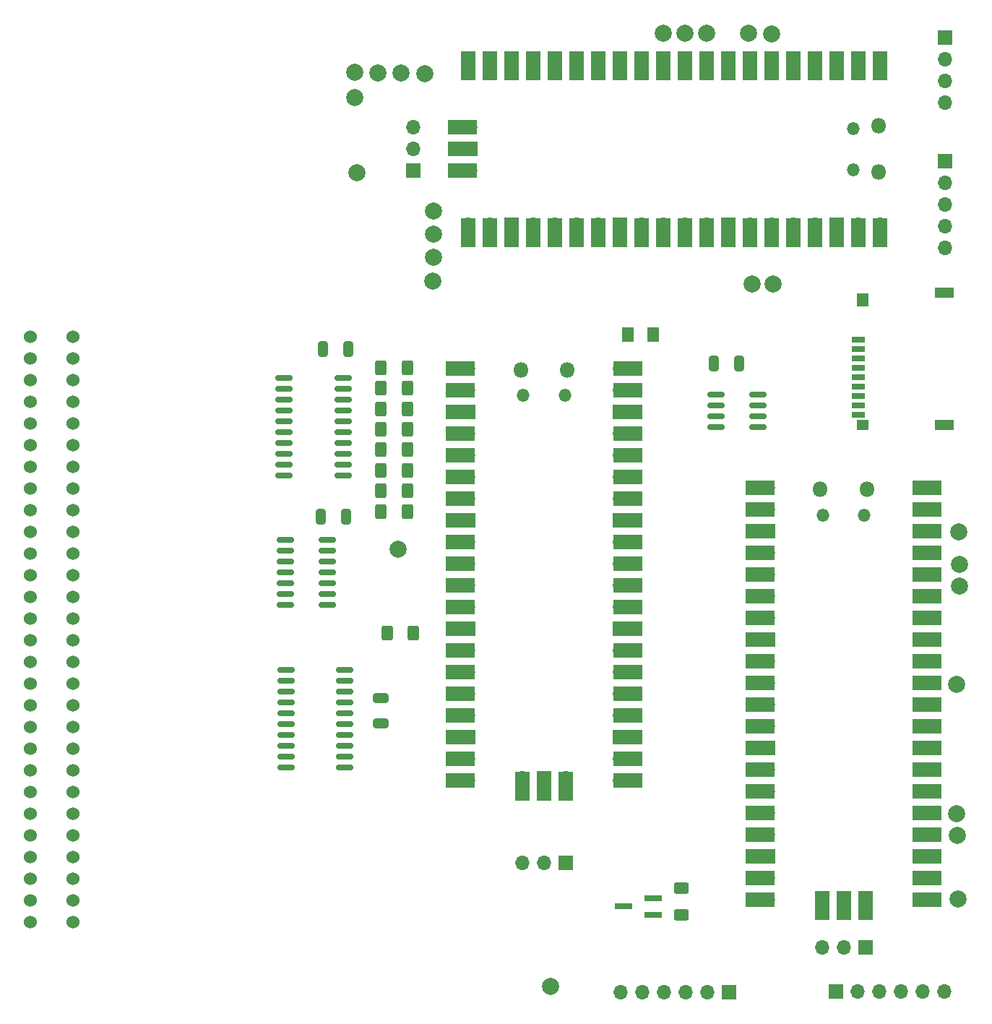
<source format=gts>
G04 #@! TF.GenerationSoftware,KiCad,Pcbnew,6.0.11-2627ca5db0~126~ubuntu22.04.1*
G04 #@! TF.CreationDate,2023-04-18T11:11:01+01:00*
G04 #@! TF.ProjectId,srom,73726f6d-2e6b-4696-9361-645f70636258,v1.1 to v1.2 WIP*
G04 #@! TF.SameCoordinates,Original*
G04 #@! TF.FileFunction,Soldermask,Top*
G04 #@! TF.FilePolarity,Negative*
%FSLAX46Y46*%
G04 Gerber Fmt 4.6, Leading zero omitted, Abs format (unit mm)*
G04 Created by KiCad (PCBNEW 6.0.11-2627ca5db0~126~ubuntu22.04.1) date 2023-04-18 11:11:01*
%MOMM*%
%LPD*%
G01*
G04 APERTURE LIST*
G04 Aperture macros list*
%AMRoundRect*
0 Rectangle with rounded corners*
0 $1 Rounding radius*
0 $2 $3 $4 $5 $6 $7 $8 $9 X,Y pos of 4 corners*
0 Add a 4 corners polygon primitive as box body*
4,1,4,$2,$3,$4,$5,$6,$7,$8,$9,$2,$3,0*
0 Add four circle primitives for the rounded corners*
1,1,$1+$1,$2,$3*
1,1,$1+$1,$4,$5*
1,1,$1+$1,$6,$7*
1,1,$1+$1,$8,$9*
0 Add four rect primitives between the rounded corners*
20,1,$1+$1,$2,$3,$4,$5,0*
20,1,$1+$1,$4,$5,$6,$7,0*
20,1,$1+$1,$6,$7,$8,$9,0*
20,1,$1+$1,$8,$9,$2,$3,0*%
G04 Aperture macros list end*
%ADD10R,2.000000X0.650000*%
%ADD11C,2.000000*%
%ADD12R,1.700000X1.700000*%
%ADD13O,1.700000X1.700000*%
%ADD14O,1.800000X1.800000*%
%ADD15O,1.500000X1.500000*%
%ADD16R,1.700000X3.500000*%
%ADD17R,3.500000X1.700000*%
%ADD18RoundRect,0.250000X-0.400000X-0.625000X0.400000X-0.625000X0.400000X0.625000X-0.400000X0.625000X0*%
%ADD19RoundRect,0.250000X-0.325000X-0.650000X0.325000X-0.650000X0.325000X0.650000X-0.325000X0.650000X0*%
%ADD20RoundRect,0.250000X-0.625000X0.400000X-0.625000X-0.400000X0.625000X-0.400000X0.625000X0.400000X0*%
%ADD21R,1.600000X0.700000*%
%ADD22R,2.200000X1.200000*%
%ADD23R,1.400000X1.600000*%
%ADD24R,1.400000X1.200000*%
%ADD25RoundRect,0.150000X-0.825000X-0.150000X0.825000X-0.150000X0.825000X0.150000X-0.825000X0.150000X0*%
%ADD26RoundRect,0.150000X-0.837500X-0.150000X0.837500X-0.150000X0.837500X0.150000X-0.837500X0.150000X0*%
%ADD27RoundRect,0.250000X0.325000X0.650000X-0.325000X0.650000X-0.325000X-0.650000X0.325000X-0.650000X0*%
%ADD28RoundRect,0.250000X-0.650000X0.325000X-0.650000X-0.325000X0.650000X-0.325000X0.650000X0.325000X0*%
%ADD29RoundRect,0.250001X0.462499X0.624999X-0.462499X0.624999X-0.462499X-0.624999X0.462499X-0.624999X0*%
%ADD30C,1.524000*%
G04 APERTURE END LIST*
D10*
X123360000Y-162530000D03*
X123360000Y-160630000D03*
X119940000Y-161580000D03*
D11*
X159320000Y-124090000D03*
X158970000Y-150690000D03*
X97700000Y-80070000D03*
X88420000Y-66850000D03*
D12*
X95250000Y-75380000D03*
D13*
X95250000Y-72840000D03*
X95250000Y-70300000D03*
D11*
X96640000Y-64000000D03*
X137270000Y-59340000D03*
D14*
X149855000Y-75575000D03*
D15*
X146825000Y-75275000D03*
D14*
X149855000Y-70125000D03*
D15*
X146825000Y-70425000D03*
D13*
X149985000Y-63960000D03*
D16*
X149985000Y-63060000D03*
D13*
X147445000Y-63960000D03*
D16*
X147445000Y-63060000D03*
X144905000Y-63060000D03*
D12*
X144905000Y-63960000D03*
D16*
X142365000Y-63060000D03*
D13*
X142365000Y-63960000D03*
X139825000Y-63960000D03*
D16*
X139825000Y-63060000D03*
D13*
X137285000Y-63960000D03*
D16*
X137285000Y-63060000D03*
D13*
X134745000Y-63960000D03*
D16*
X134745000Y-63060000D03*
D12*
X132205000Y-63960000D03*
D16*
X132205000Y-63060000D03*
D13*
X129665000Y-63960000D03*
D16*
X129665000Y-63060000D03*
D13*
X127125000Y-63960000D03*
D16*
X127125000Y-63060000D03*
D13*
X124585000Y-63960000D03*
D16*
X124585000Y-63060000D03*
D13*
X122045000Y-63960000D03*
D16*
X122045000Y-63060000D03*
D12*
X119505000Y-63960000D03*
D16*
X119505000Y-63060000D03*
D13*
X116965000Y-63960000D03*
D16*
X116965000Y-63060000D03*
D13*
X114425000Y-63960000D03*
D16*
X114425000Y-63060000D03*
D13*
X111885000Y-63960000D03*
D16*
X111885000Y-63060000D03*
X109345000Y-63060000D03*
D13*
X109345000Y-63960000D03*
D12*
X106805000Y-63960000D03*
D16*
X106805000Y-63060000D03*
X104265000Y-63060000D03*
D13*
X104265000Y-63960000D03*
D16*
X101725000Y-63060000D03*
D13*
X101725000Y-63960000D03*
X101725000Y-81740000D03*
D16*
X101725000Y-82640000D03*
X104265000Y-82640000D03*
D13*
X104265000Y-81740000D03*
D16*
X106805000Y-82640000D03*
D12*
X106805000Y-81740000D03*
D16*
X109345000Y-82640000D03*
D13*
X109345000Y-81740000D03*
X111885000Y-81740000D03*
D16*
X111885000Y-82640000D03*
D13*
X114425000Y-81740000D03*
D16*
X114425000Y-82640000D03*
X116965000Y-82640000D03*
D13*
X116965000Y-81740000D03*
D16*
X119505000Y-82640000D03*
D12*
X119505000Y-81740000D03*
D16*
X122045000Y-82640000D03*
D13*
X122045000Y-81740000D03*
X124585000Y-81740000D03*
D16*
X124585000Y-82640000D03*
X127125000Y-82640000D03*
D13*
X127125000Y-81740000D03*
X129665000Y-81740000D03*
D16*
X129665000Y-82640000D03*
X132205000Y-82640000D03*
D12*
X132205000Y-81740000D03*
D16*
X134745000Y-82640000D03*
D13*
X134745000Y-81740000D03*
D16*
X137285000Y-82640000D03*
D13*
X137285000Y-81740000D03*
D16*
X139825000Y-82640000D03*
D13*
X139825000Y-81740000D03*
D16*
X142365000Y-82640000D03*
D13*
X142365000Y-81740000D03*
D12*
X144905000Y-81740000D03*
D16*
X144905000Y-82640000D03*
X147445000Y-82640000D03*
D13*
X147445000Y-81740000D03*
X149985000Y-81740000D03*
D16*
X149985000Y-82640000D03*
D17*
X101055000Y-70310000D03*
D13*
X101955000Y-70310000D03*
D17*
X101055000Y-72850000D03*
D12*
X101955000Y-72850000D03*
D13*
X101955000Y-75390000D03*
D17*
X101055000Y-75390000D03*
D18*
X92200000Y-129570000D03*
X95300000Y-129570000D03*
D11*
X134610000Y-59280000D03*
D12*
X132250000Y-171650000D03*
D13*
X129710000Y-171650000D03*
X127170000Y-171650000D03*
X124630000Y-171650000D03*
X122090000Y-171650000D03*
X119550000Y-171650000D03*
D12*
X144830000Y-171510000D03*
D13*
X147370000Y-171510000D03*
X149910000Y-171510000D03*
X152450000Y-171510000D03*
X154990000Y-171510000D03*
X157530000Y-171510000D03*
D19*
X84455000Y-115900000D03*
X87405000Y-115900000D03*
D11*
X137460000Y-88650000D03*
D20*
X126730000Y-159440000D03*
X126730000Y-162540000D03*
D11*
X93480000Y-119730000D03*
D21*
X147460000Y-95200000D03*
X147460000Y-96300000D03*
X147460000Y-97400000D03*
X147460000Y-98500000D03*
X147460000Y-99600000D03*
X147460000Y-100700000D03*
D22*
X157560000Y-105150000D03*
D23*
X147960000Y-90550000D03*
D24*
X147960000Y-105150000D03*
D22*
X157560000Y-89650000D03*
D21*
X147460000Y-101800000D03*
X147460000Y-102900000D03*
X147460000Y-104000000D03*
D11*
X124570000Y-59270000D03*
X97540000Y-88310000D03*
D25*
X130750000Y-101590000D03*
X130750000Y-102860000D03*
X130750000Y-104130000D03*
X130750000Y-105400000D03*
X135700000Y-105400000D03*
X135700000Y-104130000D03*
X135700000Y-102860000D03*
X135700000Y-101590000D03*
D11*
X97630000Y-85510000D03*
D18*
X91510715Y-108083570D03*
X94610715Y-108083570D03*
D25*
X80305000Y-118610000D03*
X80305000Y-119880000D03*
X80305000Y-121150000D03*
X80305000Y-122420000D03*
X80305000Y-123690000D03*
X80305000Y-124960000D03*
X80305000Y-126230000D03*
X85255000Y-126230000D03*
X85255000Y-124960000D03*
X85255000Y-123690000D03*
X85255000Y-122420000D03*
X85255000Y-121150000D03*
X85255000Y-119880000D03*
X85255000Y-118610000D03*
D11*
X91150000Y-63910000D03*
X111380000Y-170920000D03*
D18*
X91510715Y-112892140D03*
X94610715Y-112892140D03*
D26*
X80127500Y-99695000D03*
X80127500Y-100965000D03*
X80127500Y-102235000D03*
X80127500Y-103505000D03*
X80127500Y-104775000D03*
X80127500Y-106045000D03*
X80127500Y-107315000D03*
X80127500Y-108585000D03*
X80127500Y-109855000D03*
X80127500Y-111125000D03*
X87052500Y-111125000D03*
X87052500Y-109855000D03*
X87052500Y-108585000D03*
X87052500Y-107315000D03*
X87052500Y-106045000D03*
X87052500Y-104775000D03*
X87052500Y-103505000D03*
X87052500Y-102235000D03*
X87052500Y-100965000D03*
X87052500Y-99695000D03*
D12*
X157590000Y-74260000D03*
D13*
X157590000Y-76800000D03*
X157590000Y-79340000D03*
X157590000Y-81880000D03*
X157590000Y-84420000D03*
D11*
X93840000Y-63910000D03*
D15*
X148135000Y-115735000D03*
X143285000Y-115735000D03*
D14*
X142985000Y-112705000D03*
X148435000Y-112705000D03*
D17*
X135920000Y-112575000D03*
D13*
X136820000Y-112575000D03*
X136820000Y-115115000D03*
D17*
X135920000Y-115115000D03*
X135920000Y-117655000D03*
D12*
X136820000Y-117655000D03*
D13*
X136820000Y-120195000D03*
D17*
X135920000Y-120195000D03*
D13*
X136820000Y-122735000D03*
D17*
X135920000Y-122735000D03*
D13*
X136820000Y-125275000D03*
D17*
X135920000Y-125275000D03*
X135920000Y-127815000D03*
D13*
X136820000Y-127815000D03*
D12*
X136820000Y-130355000D03*
D17*
X135920000Y-130355000D03*
D13*
X136820000Y-132895000D03*
D17*
X135920000Y-132895000D03*
D13*
X136820000Y-135435000D03*
D17*
X135920000Y-135435000D03*
X135920000Y-137975000D03*
D13*
X136820000Y-137975000D03*
X136820000Y-140515000D03*
D17*
X135920000Y-140515000D03*
X135920000Y-143055000D03*
D12*
X136820000Y-143055000D03*
D13*
X136820000Y-145595000D03*
D17*
X135920000Y-145595000D03*
D13*
X136820000Y-148135000D03*
D17*
X135920000Y-148135000D03*
X135920000Y-150675000D03*
D13*
X136820000Y-150675000D03*
D17*
X135920000Y-153215000D03*
D13*
X136820000Y-153215000D03*
D17*
X135920000Y-155755000D03*
D12*
X136820000Y-155755000D03*
D17*
X135920000Y-158295000D03*
D13*
X136820000Y-158295000D03*
X136820000Y-160835000D03*
D17*
X135920000Y-160835000D03*
X155500000Y-160835000D03*
D13*
X154600000Y-160835000D03*
X154600000Y-158295000D03*
D17*
X155500000Y-158295000D03*
X155500000Y-155755000D03*
D12*
X154600000Y-155755000D03*
D17*
X155500000Y-153215000D03*
D13*
X154600000Y-153215000D03*
D17*
X155500000Y-150675000D03*
D13*
X154600000Y-150675000D03*
X154600000Y-148135000D03*
D17*
X155500000Y-148135000D03*
D13*
X154600000Y-145595000D03*
D17*
X155500000Y-145595000D03*
D12*
X154600000Y-143055000D03*
D17*
X155500000Y-143055000D03*
D13*
X154600000Y-140515000D03*
D17*
X155500000Y-140515000D03*
D13*
X154600000Y-137975000D03*
D17*
X155500000Y-137975000D03*
X155500000Y-135435000D03*
D13*
X154600000Y-135435000D03*
D17*
X155500000Y-132895000D03*
D13*
X154600000Y-132895000D03*
D17*
X155500000Y-130355000D03*
D12*
X154600000Y-130355000D03*
D17*
X155500000Y-127815000D03*
D13*
X154600000Y-127815000D03*
D17*
X155500000Y-125275000D03*
D13*
X154600000Y-125275000D03*
D17*
X155500000Y-122735000D03*
D13*
X154600000Y-122735000D03*
X154600000Y-120195000D03*
D17*
X155500000Y-120195000D03*
D12*
X154600000Y-117655000D03*
D17*
X155500000Y-117655000D03*
D13*
X154600000Y-115115000D03*
D17*
X155500000Y-115115000D03*
X155500000Y-112575000D03*
D13*
X154600000Y-112575000D03*
D16*
X143170000Y-161505000D03*
D13*
X143170000Y-160605000D03*
D12*
X145710000Y-160605000D03*
D16*
X145710000Y-161505000D03*
D13*
X148250000Y-160605000D03*
D16*
X148250000Y-161505000D03*
D11*
X97630000Y-82820000D03*
X159260000Y-121520000D03*
X88660000Y-75580000D03*
D18*
X91510715Y-103275000D03*
X94610715Y-103275000D03*
D11*
X88400000Y-63840000D03*
D12*
X157590000Y-59800000D03*
D13*
X157590000Y-62340000D03*
X157590000Y-64880000D03*
X157590000Y-67420000D03*
D18*
X91510715Y-115296430D03*
X94610715Y-115296430D03*
D27*
X87685000Y-96290000D03*
X84735000Y-96290000D03*
D11*
X129650000Y-59250000D03*
D18*
X91510715Y-100870715D03*
X94610715Y-100870715D03*
D12*
X113115000Y-156480000D03*
D13*
X110575000Y-156480000D03*
X108035000Y-156480000D03*
D18*
X91510715Y-98466430D03*
X94610715Y-98466430D03*
D27*
X133480000Y-97950000D03*
X130530000Y-97950000D03*
D11*
X159110000Y-160750000D03*
X158990000Y-135530000D03*
D12*
X148290000Y-166340000D03*
D13*
X145750000Y-166340000D03*
X143210000Y-166340000D03*
D28*
X91520000Y-137195000D03*
X91520000Y-140145000D03*
D26*
X80357500Y-133875000D03*
X80357500Y-135145000D03*
X80357500Y-136415000D03*
X80357500Y-137685000D03*
X80357500Y-138955000D03*
X80357500Y-140225000D03*
X80357500Y-141495000D03*
X80357500Y-142765000D03*
X80357500Y-144035000D03*
X80357500Y-145305000D03*
X87282500Y-145305000D03*
X87282500Y-144035000D03*
X87282500Y-142765000D03*
X87282500Y-141495000D03*
X87282500Y-140225000D03*
X87282500Y-138955000D03*
X87282500Y-137685000D03*
X87282500Y-136415000D03*
X87282500Y-135145000D03*
X87282500Y-133875000D03*
D29*
X123397500Y-94580000D03*
X120422500Y-94580000D03*
D18*
X91510715Y-110487855D03*
X94610715Y-110487855D03*
D11*
X159040000Y-153260000D03*
X134970000Y-88650000D03*
D30*
X50390000Y-105000000D03*
X55390000Y-105000000D03*
X55390000Y-94840000D03*
X55390000Y-97380000D03*
X55390000Y-99920000D03*
X55390000Y-102460000D03*
X55390000Y-107540000D03*
X55390000Y-110080000D03*
X55390000Y-112620000D03*
X55390000Y-115160000D03*
X55390000Y-117700000D03*
X55390000Y-120240000D03*
X55390000Y-122780000D03*
X55390000Y-125320000D03*
X55390000Y-127860000D03*
X55390000Y-130400000D03*
X55390000Y-132940000D03*
X55390000Y-135480000D03*
X55390000Y-138020000D03*
X55390000Y-140560000D03*
X55390000Y-143100000D03*
X55390000Y-145640000D03*
X55390000Y-148180000D03*
X55390000Y-150720000D03*
X55390000Y-153260000D03*
X55390000Y-155800000D03*
X55390000Y-158340000D03*
X55390000Y-160880000D03*
X55390000Y-163420000D03*
X50390000Y-94840000D03*
X50390000Y-97380000D03*
X50390000Y-99920000D03*
X50390000Y-102460000D03*
X50390000Y-107540000D03*
X50390000Y-110080000D03*
X50390000Y-112620000D03*
X50390000Y-115160000D03*
X50390000Y-117700000D03*
X50390000Y-120240000D03*
X50390000Y-122780000D03*
X50390000Y-125320000D03*
X50390000Y-127860000D03*
X50390000Y-130400000D03*
X50390000Y-132940000D03*
X50390000Y-135480000D03*
X50390000Y-138020000D03*
X50390000Y-140560000D03*
X50390000Y-143100000D03*
X50390000Y-145640000D03*
X50390000Y-148180000D03*
X50390000Y-150720000D03*
X50390000Y-153260000D03*
X50390000Y-155800000D03*
X50390000Y-158340000D03*
X50390000Y-160880000D03*
X50390000Y-163420000D03*
D11*
X159230000Y-117730000D03*
D18*
X91510715Y-105679285D03*
X94610715Y-105679285D03*
D14*
X113345000Y-98700000D03*
X107895000Y-98700000D03*
D15*
X113045000Y-101730000D03*
X108195000Y-101730000D03*
D13*
X101730000Y-98570000D03*
D17*
X100830000Y-98570000D03*
D13*
X101730000Y-101110000D03*
D17*
X100830000Y-101110000D03*
D12*
X101730000Y-103650000D03*
D17*
X100830000Y-103650000D03*
D13*
X101730000Y-106190000D03*
D17*
X100830000Y-106190000D03*
X100830000Y-108730000D03*
D13*
X101730000Y-108730000D03*
X101730000Y-111270000D03*
D17*
X100830000Y-111270000D03*
X100830000Y-113810000D03*
D13*
X101730000Y-113810000D03*
D12*
X101730000Y-116350000D03*
D17*
X100830000Y-116350000D03*
X100830000Y-118890000D03*
D13*
X101730000Y-118890000D03*
D17*
X100830000Y-121430000D03*
D13*
X101730000Y-121430000D03*
D17*
X100830000Y-123970000D03*
D13*
X101730000Y-123970000D03*
D17*
X100830000Y-126510000D03*
D13*
X101730000Y-126510000D03*
D17*
X100830000Y-129050000D03*
D12*
X101730000Y-129050000D03*
D17*
X100830000Y-131590000D03*
D13*
X101730000Y-131590000D03*
D17*
X100830000Y-134130000D03*
D13*
X101730000Y-134130000D03*
D17*
X100830000Y-136670000D03*
D13*
X101730000Y-136670000D03*
X101730000Y-139210000D03*
D17*
X100830000Y-139210000D03*
X100830000Y-141750000D03*
D12*
X101730000Y-141750000D03*
D13*
X101730000Y-144290000D03*
D17*
X100830000Y-144290000D03*
D13*
X101730000Y-146830000D03*
D17*
X100830000Y-146830000D03*
X120410000Y-146830000D03*
D13*
X119510000Y-146830000D03*
X119510000Y-144290000D03*
D17*
X120410000Y-144290000D03*
D12*
X119510000Y-141750000D03*
D17*
X120410000Y-141750000D03*
X120410000Y-139210000D03*
D13*
X119510000Y-139210000D03*
X119510000Y-136670000D03*
D17*
X120410000Y-136670000D03*
D13*
X119510000Y-134130000D03*
D17*
X120410000Y-134130000D03*
X120410000Y-131590000D03*
D13*
X119510000Y-131590000D03*
D17*
X120410000Y-129050000D03*
D12*
X119510000Y-129050000D03*
D17*
X120410000Y-126510000D03*
D13*
X119510000Y-126510000D03*
X119510000Y-123970000D03*
D17*
X120410000Y-123970000D03*
D13*
X119510000Y-121430000D03*
D17*
X120410000Y-121430000D03*
X120410000Y-118890000D03*
D13*
X119510000Y-118890000D03*
D12*
X119510000Y-116350000D03*
D17*
X120410000Y-116350000D03*
X120410000Y-113810000D03*
D13*
X119510000Y-113810000D03*
D17*
X120410000Y-111270000D03*
D13*
X119510000Y-111270000D03*
D17*
X120410000Y-108730000D03*
D13*
X119510000Y-108730000D03*
D17*
X120410000Y-106190000D03*
D13*
X119510000Y-106190000D03*
D17*
X120410000Y-103650000D03*
D12*
X119510000Y-103650000D03*
D13*
X119510000Y-101110000D03*
D17*
X120410000Y-101110000D03*
D13*
X119510000Y-98570000D03*
D17*
X120410000Y-98570000D03*
D16*
X108080000Y-147500000D03*
D13*
X108080000Y-146600000D03*
D12*
X110620000Y-146600000D03*
D16*
X110620000Y-147500000D03*
X113160000Y-147500000D03*
D13*
X113160000Y-146600000D03*
D11*
X127140000Y-59270000D03*
M02*

</source>
